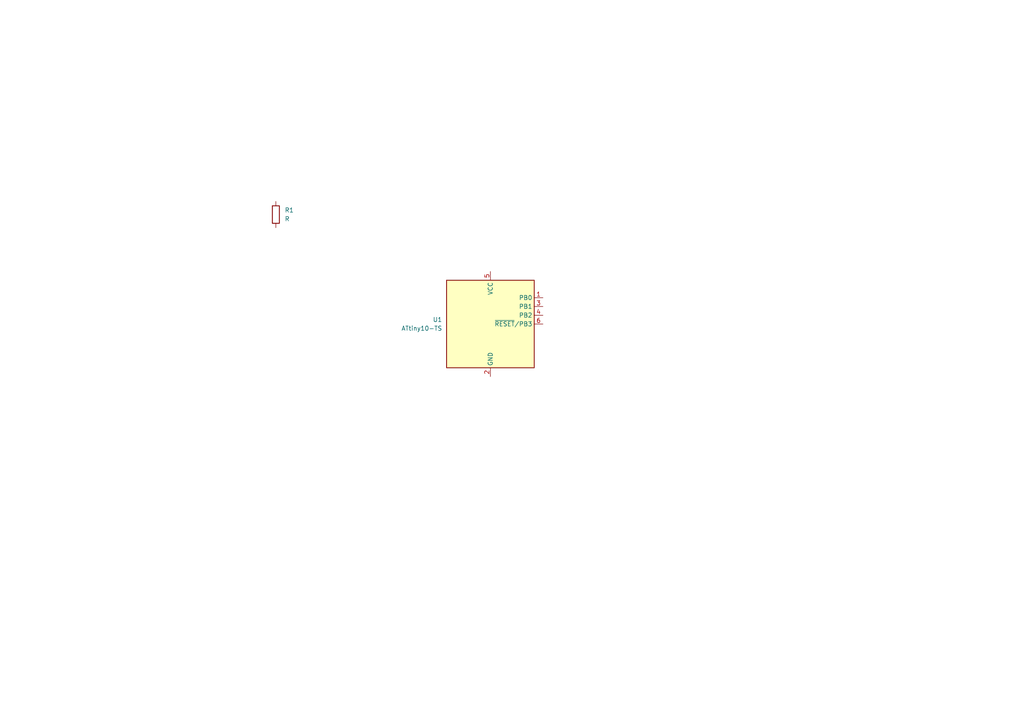
<source format=kicad_sch>
(kicad_sch
	(version 20231120)
	(generator "eeschema")
	(generator_version "8.0")
	(uuid "fb84c521-7f38-4620-9a13-d28c8a3e2ff6")
	(paper "A4")
	(lib_symbols
		(symbol "Device:R"
			(pin_numbers hide)
			(pin_names
				(offset 0)
			)
			(exclude_from_sim no)
			(in_bom yes)
			(on_board yes)
			(property "Reference" "R"
				(at 2.032 0 90)
				(effects
					(font
						(size 1.27 1.27)
					)
				)
			)
			(property "Value" "R"
				(at 0 0 90)
				(effects
					(font
						(size 1.27 1.27)
					)
				)
			)
			(property "Footprint" ""
				(at -1.778 0 90)
				(effects
					(font
						(size 1.27 1.27)
					)
					(hide yes)
				)
			)
			(property "Datasheet" "~"
				(at 0 0 0)
				(effects
					(font
						(size 1.27 1.27)
					)
					(hide yes)
				)
			)
			(property "Description" "Resistor"
				(at 0 0 0)
				(effects
					(font
						(size 1.27 1.27)
					)
					(hide yes)
				)
			)
			(property "ki_keywords" "R res resistor"
				(at 0 0 0)
				(effects
					(font
						(size 1.27 1.27)
					)
					(hide yes)
				)
			)
			(property "ki_fp_filters" "R_*"
				(at 0 0 0)
				(effects
					(font
						(size 1.27 1.27)
					)
					(hide yes)
				)
			)
			(symbol "R_0_1"
				(rectangle
					(start -1.016 -2.54)
					(end 1.016 2.54)
					(stroke
						(width 0.254)
						(type default)
					)
					(fill
						(type none)
					)
				)
			)
			(symbol "R_1_1"
				(pin passive line
					(at 0 3.81 270)
					(length 1.27)
					(name "~"
						(effects
							(font
								(size 1.27 1.27)
							)
						)
					)
					(number "1"
						(effects
							(font
								(size 1.27 1.27)
							)
						)
					)
				)
				(pin passive line
					(at 0 -3.81 90)
					(length 1.27)
					(name "~"
						(effects
							(font
								(size 1.27 1.27)
							)
						)
					)
					(number "2"
						(effects
							(font
								(size 1.27 1.27)
							)
						)
					)
				)
			)
		)
		(symbol "MCU_Microchip_ATtiny:ATtiny10-TS"
			(exclude_from_sim no)
			(in_bom yes)
			(on_board yes)
			(property "Reference" "U"
				(at -12.7 13.97 0)
				(effects
					(font
						(size 1.27 1.27)
					)
					(justify left bottom)
				)
			)
			(property "Value" "ATtiny10-TS"
				(at 2.54 -13.97 0)
				(effects
					(font
						(size 1.27 1.27)
					)
					(justify left top)
				)
			)
			(property "Footprint" "Package_TO_SOT_SMD:SOT-23-6"
				(at 0 0 0)
				(effects
					(font
						(size 1.27 1.27)
						(italic yes)
					)
					(hide yes)
				)
			)
			(property "Datasheet" "http://ww1.microchip.com/downloads/en/DeviceDoc/Atmel-8127-AVR-8-bit-Microcontroller-ATtiny4-ATtiny5-ATtiny9-ATtiny10_Datasheet.pdf"
				(at 0 0 0)
				(effects
					(font
						(size 1.27 1.27)
					)
					(hide yes)
				)
			)
			(property "Description" "12MHz, 1kB Flash, 32B SRAM, No EEPROM, ADC, SOT-23-6"
				(at 0 0 0)
				(effects
					(font
						(size 1.27 1.27)
					)
					(hide yes)
				)
			)
			(property "ki_keywords" "AVR 8bit Microcontroller tinyAVR"
				(at 0 0 0)
				(effects
					(font
						(size 1.27 1.27)
					)
					(hide yes)
				)
			)
			(property "ki_fp_filters" "SOT?23?6*"
				(at 0 0 0)
				(effects
					(font
						(size 1.27 1.27)
					)
					(hide yes)
				)
			)
			(symbol "ATtiny10-TS_0_1"
				(rectangle
					(start -12.7 -12.7)
					(end 12.7 12.7)
					(stroke
						(width 0.254)
						(type default)
					)
					(fill
						(type background)
					)
				)
			)
			(symbol "ATtiny10-TS_1_1"
				(pin bidirectional line
					(at 15.24 7.62 180)
					(length 2.54)
					(name "PB0"
						(effects
							(font
								(size 1.27 1.27)
							)
						)
					)
					(number "1"
						(effects
							(font
								(size 1.27 1.27)
							)
						)
					)
				)
				(pin power_in line
					(at 0 -15.24 90)
					(length 2.54)
					(name "GND"
						(effects
							(font
								(size 1.27 1.27)
							)
						)
					)
					(number "2"
						(effects
							(font
								(size 1.27 1.27)
							)
						)
					)
				)
				(pin bidirectional line
					(at 15.24 5.08 180)
					(length 2.54)
					(name "PB1"
						(effects
							(font
								(size 1.27 1.27)
							)
						)
					)
					(number "3"
						(effects
							(font
								(size 1.27 1.27)
							)
						)
					)
				)
				(pin bidirectional line
					(at 15.24 2.54 180)
					(length 2.54)
					(name "PB2"
						(effects
							(font
								(size 1.27 1.27)
							)
						)
					)
					(number "4"
						(effects
							(font
								(size 1.27 1.27)
							)
						)
					)
				)
				(pin power_in line
					(at 0 15.24 270)
					(length 2.54)
					(name "VCC"
						(effects
							(font
								(size 1.27 1.27)
							)
						)
					)
					(number "5"
						(effects
							(font
								(size 1.27 1.27)
							)
						)
					)
				)
				(pin bidirectional line
					(at 15.24 0 180)
					(length 2.54)
					(name "~{RESET}/PB3"
						(effects
							(font
								(size 1.27 1.27)
							)
						)
					)
					(number "6"
						(effects
							(font
								(size 1.27 1.27)
							)
						)
					)
				)
			)
		)
	)
	(symbol
		(lib_id "Device:R")
		(at 80.01 62.23 0)
		(unit 1)
		(exclude_from_sim no)
		(in_bom yes)
		(on_board yes)
		(dnp no)
		(fields_autoplaced yes)
		(uuid "47b2b208-524e-4cfb-8ef8-fe9ba97fb5d0")
		(property "Reference" "R1"
			(at 82.55 60.9599 0)
			(effects
				(font
					(size 1.27 1.27)
				)
				(justify left)
			)
		)
		(property "Value" "R"
			(at 82.55 63.4999 0)
			(effects
				(font
					(size 1.27 1.27)
				)
				(justify left)
			)
		)
		(property "Footprint" ""
			(at 78.232 62.23 90)
			(effects
				(font
					(size 1.27 1.27)
				)
				(hide yes)
			)
		)
		(property "Datasheet" "~"
			(at 80.01 62.23 0)
			(effects
				(font
					(size 1.27 1.27)
				)
				(hide yes)
			)
		)
		(property "Description" "Resistor"
			(at 80.01 62.23 0)
			(effects
				(font
					(size 1.27 1.27)
				)
				(hide yes)
			)
		)
		(pin "1"
			(uuid "74a72943-c9b2-4881-9b05-01b6b9b4285f")
		)
		(pin "2"
			(uuid "2ff3570d-0ad3-4277-aa24-bb7e40f9822e")
		)
		(instances
			(project ""
				(path "/fb84c521-7f38-4620-9a13-d28c8a3e2ff6"
					(reference "R1")
					(unit 1)
				)
			)
		)
	)
	(symbol
		(lib_id "MCU_Microchip_ATtiny:ATtiny10-TS")
		(at 142.24 93.98 0)
		(unit 1)
		(exclude_from_sim no)
		(in_bom yes)
		(on_board yes)
		(dnp no)
		(fields_autoplaced yes)
		(uuid "9d271632-4d38-4136-876e-a76fddce7e1c")
		(property "Reference" "U1"
			(at 128.27 92.7099 0)
			(effects
				(font
					(size 1.27 1.27)
				)
				(justify right)
			)
		)
		(property "Value" "ATtiny10-TS"
			(at 128.27 95.2499 0)
			(effects
				(font
					(size 1.27 1.27)
				)
				(justify right)
			)
		)
		(property "Footprint" "Package_TO_SOT_SMD:SOT-23-6"
			(at 142.24 93.98 0)
			(effects
				(font
					(size 1.27 1.27)
					(italic yes)
				)
				(hide yes)
			)
		)
		(property "Datasheet" "http://ww1.microchip.com/downloads/en/DeviceDoc/Atmel-8127-AVR-8-bit-Microcontroller-ATtiny4-ATtiny5-ATtiny9-ATtiny10_Datasheet.pdf"
			(at 142.24 93.98 0)
			(effects
				(font
					(size 1.27 1.27)
				)
				(hide yes)
			)
		)
		(property "Description" "12MHz, 1kB Flash, 32B SRAM, No EEPROM, ADC, SOT-23-6"
			(at 142.24 93.98 0)
			(effects
				(font
					(size 1.27 1.27)
				)
				(hide yes)
			)
		)
		(pin "3"
			(uuid "5ce616c2-25ed-4626-827f-eb84433d43cc")
		)
		(pin "1"
			(uuid "4dc898d1-d657-4d0f-b0c9-4f7c8326a4b1")
		)
		(pin "2"
			(uuid "cd106cba-57ba-40f5-9b4d-9b06eab27213")
		)
		(pin "4"
			(uuid "175fc58f-5e2f-4d6a-982b-9f873178ae91")
		)
		(pin "6"
			(uuid "94de3e38-beca-44ad-bf1e-a6ccdc687647")
		)
		(pin "5"
			(uuid "98a22c0b-5a1e-406a-992e-c008445c2835")
		)
		(instances
			(project ""
				(path "/fb84c521-7f38-4620-9a13-d28c8a3e2ff6"
					(reference "U1")
					(unit 1)
				)
			)
		)
	)
	(sheet_instances
		(path "/"
			(page "1")
		)
	)
)

</source>
